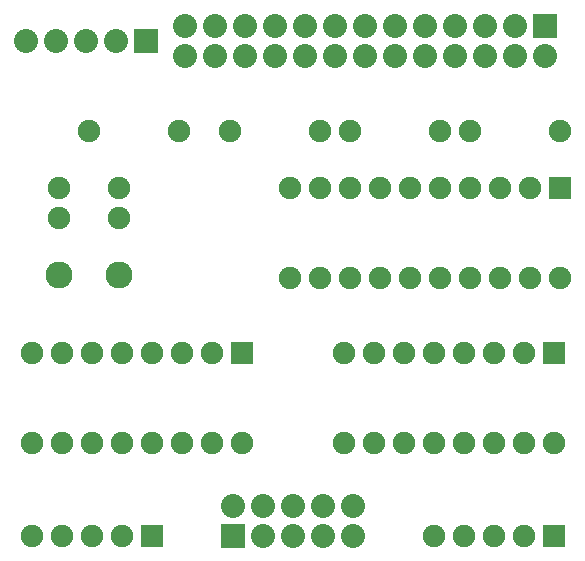
<source format=gbs>
G04 (created by PCBNEW-RS274X (2011-05-25)-stable) date Ut 23. jún 2015, 15:15:57 CEST*
G01*
G70*
G90*
%MOIN*%
G04 Gerber Fmt 3.4, Leading zero omitted, Abs format*
%FSLAX34Y34*%
G04 APERTURE LIST*
%ADD10C,0.006000*%
%ADD11R,0.075000X0.075000*%
%ADD12C,0.075000*%
%ADD13R,0.080000X0.080000*%
%ADD14C,0.080000*%
%ADD15C,0.090000*%
G04 APERTURE END LIST*
G54D10*
G54D11*
X28300Y-28500D03*
G54D12*
X27300Y-28500D03*
X26300Y-28500D03*
X25300Y-28500D03*
X24300Y-28500D03*
G54D11*
X14900Y-28500D03*
G54D12*
X13900Y-28500D03*
X12900Y-28500D03*
X11900Y-28500D03*
X10900Y-28500D03*
X20500Y-15000D03*
X17500Y-15000D03*
X12800Y-15000D03*
X15800Y-15000D03*
X28500Y-15000D03*
X25500Y-15000D03*
X24500Y-15000D03*
X21500Y-15000D03*
G54D13*
X17600Y-28500D03*
G54D14*
X17600Y-27500D03*
X18600Y-28500D03*
X18600Y-27500D03*
X19600Y-28500D03*
X19600Y-27500D03*
X20600Y-28500D03*
X20600Y-27500D03*
X21600Y-28500D03*
X21600Y-27500D03*
G54D13*
X14700Y-12000D03*
G54D14*
X13700Y-12000D03*
X12700Y-12000D03*
X11700Y-12000D03*
X10700Y-12000D03*
G54D15*
X11800Y-19800D03*
X13800Y-19800D03*
G54D11*
X28500Y-16900D03*
G54D12*
X27500Y-16900D03*
X26500Y-16900D03*
X25500Y-16900D03*
X24500Y-16900D03*
X23500Y-16900D03*
X22500Y-16900D03*
X21500Y-16900D03*
X20500Y-16900D03*
X19500Y-16900D03*
X19500Y-19900D03*
X20500Y-19900D03*
X21500Y-19900D03*
X22500Y-19900D03*
X23500Y-19900D03*
X24500Y-19900D03*
X25500Y-19900D03*
X26500Y-19900D03*
X27500Y-19900D03*
X28500Y-19900D03*
G54D11*
X28300Y-22400D03*
G54D12*
X27300Y-22400D03*
X26300Y-22400D03*
X25300Y-22400D03*
X24300Y-22400D03*
X23300Y-22400D03*
X22300Y-22400D03*
X21300Y-22400D03*
X21300Y-25400D03*
X22300Y-25400D03*
X23300Y-25400D03*
X24300Y-25400D03*
X25300Y-25400D03*
X26300Y-25400D03*
X27300Y-25400D03*
X28300Y-25400D03*
G54D11*
X17900Y-22400D03*
G54D12*
X16900Y-22400D03*
X15900Y-22400D03*
X14900Y-22400D03*
X13900Y-22400D03*
X12900Y-22400D03*
X11900Y-22400D03*
X10900Y-22400D03*
X10900Y-25400D03*
X11900Y-25400D03*
X12900Y-25400D03*
X13900Y-25400D03*
X14900Y-25400D03*
X15900Y-25400D03*
X16900Y-25400D03*
X17900Y-25400D03*
X11800Y-17900D03*
X11800Y-16900D03*
X13800Y-17900D03*
X13800Y-16900D03*
G54D13*
X28000Y-11500D03*
G54D14*
X28000Y-12500D03*
X27000Y-11500D03*
X27000Y-12500D03*
X26000Y-11500D03*
X26000Y-12500D03*
X25000Y-11500D03*
X25000Y-12500D03*
X24000Y-11500D03*
X24000Y-12500D03*
X23000Y-11500D03*
X23000Y-12500D03*
X22000Y-11500D03*
X22000Y-12500D03*
X21000Y-11500D03*
X21000Y-12500D03*
X20000Y-11500D03*
X20000Y-12500D03*
X19000Y-11500D03*
X19000Y-12500D03*
X18000Y-11500D03*
X18000Y-12500D03*
X17000Y-11500D03*
X17000Y-12500D03*
X16000Y-11500D03*
X16000Y-12500D03*
M02*

</source>
